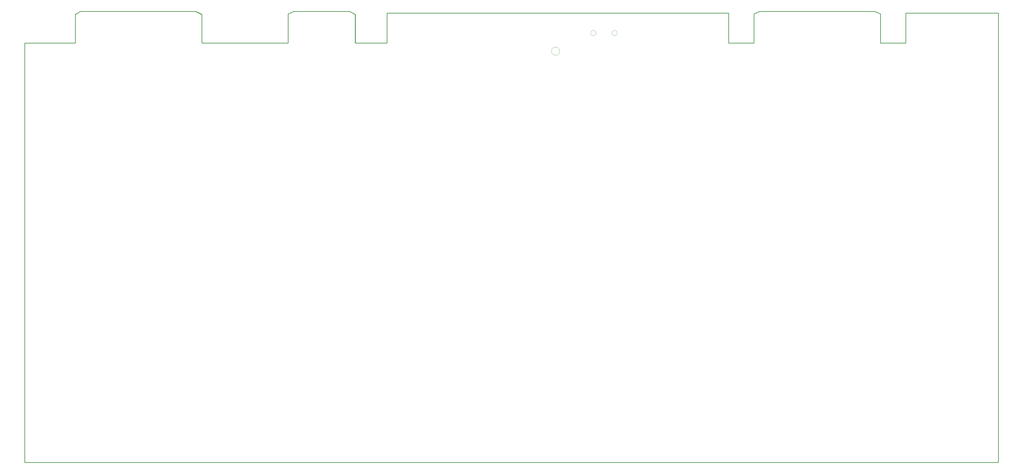
<source format=gko>
G75*
G70*
%OFA0B0*%
%FSLAX24Y24*%
%IPPOS*%
%LPD*%
%AMOC8*
5,1,8,0,0,1.08239X$1,22.5*
%
%ADD10C,0.0100*%
%ADD11C,0.0000*%
D10*
X000151Y000151D02*
X154051Y000151D01*
X154051Y071151D01*
X139401Y071151D01*
X139401Y066401D01*
X135401Y066401D01*
X135401Y071026D01*
X134526Y071401D01*
X116276Y071401D01*
X115401Y071026D01*
X115401Y066401D01*
X111401Y066401D01*
X111401Y071151D01*
X057401Y071151D01*
X057401Y066401D01*
X052401Y066401D01*
X052401Y070901D01*
X051526Y071401D01*
X042651Y071401D01*
X041776Y071026D01*
X041776Y066401D01*
X028151Y066401D01*
X028151Y070901D01*
X027151Y071401D01*
X008901Y071401D01*
X008151Y070901D01*
X008151Y066401D01*
X000151Y066401D01*
X000151Y000151D01*
D11*
X083401Y065151D02*
X083403Y065201D01*
X083409Y065251D01*
X083419Y065301D01*
X083432Y065349D01*
X083449Y065397D01*
X083470Y065443D01*
X083494Y065487D01*
X083522Y065529D01*
X083553Y065569D01*
X083587Y065606D01*
X083624Y065641D01*
X083663Y065672D01*
X083704Y065701D01*
X083748Y065726D01*
X083794Y065748D01*
X083841Y065766D01*
X083889Y065780D01*
X083938Y065791D01*
X083988Y065798D01*
X084038Y065801D01*
X084089Y065800D01*
X084139Y065795D01*
X084189Y065786D01*
X084237Y065774D01*
X084285Y065757D01*
X084331Y065737D01*
X084376Y065714D01*
X084419Y065687D01*
X084459Y065657D01*
X084497Y065624D01*
X084532Y065588D01*
X084565Y065549D01*
X084594Y065508D01*
X084620Y065465D01*
X084643Y065420D01*
X084662Y065373D01*
X084677Y065325D01*
X084689Y065276D01*
X084697Y065226D01*
X084701Y065176D01*
X084701Y065126D01*
X084697Y065076D01*
X084689Y065026D01*
X084677Y064977D01*
X084662Y064929D01*
X084643Y064882D01*
X084620Y064837D01*
X084594Y064794D01*
X084565Y064753D01*
X084532Y064714D01*
X084497Y064678D01*
X084459Y064645D01*
X084419Y064615D01*
X084376Y064588D01*
X084331Y064565D01*
X084285Y064545D01*
X084237Y064528D01*
X084189Y064516D01*
X084139Y064507D01*
X084089Y064502D01*
X084038Y064501D01*
X083988Y064504D01*
X083938Y064511D01*
X083889Y064522D01*
X083841Y064536D01*
X083794Y064554D01*
X083748Y064576D01*
X083704Y064601D01*
X083663Y064630D01*
X083624Y064661D01*
X083587Y064696D01*
X083553Y064733D01*
X083522Y064773D01*
X083494Y064815D01*
X083470Y064859D01*
X083449Y064905D01*
X083432Y064953D01*
X083419Y065001D01*
X083409Y065051D01*
X083403Y065101D01*
X083401Y065151D01*
X089615Y068007D02*
X089617Y068047D01*
X089623Y068088D01*
X089633Y068127D01*
X089646Y068165D01*
X089664Y068202D01*
X089685Y068236D01*
X089709Y068269D01*
X089736Y068299D01*
X089766Y068326D01*
X089799Y068350D01*
X089833Y068371D01*
X089870Y068389D01*
X089908Y068402D01*
X089947Y068412D01*
X089988Y068418D01*
X090028Y068420D01*
X090068Y068418D01*
X090109Y068412D01*
X090148Y068402D01*
X090186Y068389D01*
X090223Y068371D01*
X090257Y068350D01*
X090290Y068326D01*
X090320Y068299D01*
X090347Y068269D01*
X090371Y068236D01*
X090392Y068202D01*
X090410Y068165D01*
X090423Y068127D01*
X090433Y068088D01*
X090439Y068047D01*
X090441Y068007D01*
X090439Y067967D01*
X090433Y067926D01*
X090423Y067887D01*
X090410Y067849D01*
X090392Y067812D01*
X090371Y067778D01*
X090347Y067745D01*
X090320Y067715D01*
X090290Y067688D01*
X090257Y067664D01*
X090223Y067643D01*
X090186Y067625D01*
X090148Y067612D01*
X090109Y067602D01*
X090068Y067596D01*
X090028Y067594D01*
X089988Y067596D01*
X089947Y067602D01*
X089908Y067612D01*
X089870Y067625D01*
X089833Y067643D01*
X089799Y067664D01*
X089766Y067688D01*
X089736Y067715D01*
X089709Y067745D01*
X089685Y067778D01*
X089664Y067812D01*
X089646Y067849D01*
X089633Y067887D01*
X089623Y067926D01*
X089617Y067967D01*
X089615Y068007D01*
X092961Y068007D02*
X092963Y068047D01*
X092969Y068088D01*
X092979Y068127D01*
X092992Y068165D01*
X093010Y068202D01*
X093031Y068236D01*
X093055Y068269D01*
X093082Y068299D01*
X093112Y068326D01*
X093145Y068350D01*
X093179Y068371D01*
X093216Y068389D01*
X093254Y068402D01*
X093293Y068412D01*
X093334Y068418D01*
X093374Y068420D01*
X093414Y068418D01*
X093455Y068412D01*
X093494Y068402D01*
X093532Y068389D01*
X093569Y068371D01*
X093603Y068350D01*
X093636Y068326D01*
X093666Y068299D01*
X093693Y068269D01*
X093717Y068236D01*
X093738Y068202D01*
X093756Y068165D01*
X093769Y068127D01*
X093779Y068088D01*
X093785Y068047D01*
X093787Y068007D01*
X093785Y067967D01*
X093779Y067926D01*
X093769Y067887D01*
X093756Y067849D01*
X093738Y067812D01*
X093717Y067778D01*
X093693Y067745D01*
X093666Y067715D01*
X093636Y067688D01*
X093603Y067664D01*
X093569Y067643D01*
X093532Y067625D01*
X093494Y067612D01*
X093455Y067602D01*
X093414Y067596D01*
X093374Y067594D01*
X093334Y067596D01*
X093293Y067602D01*
X093254Y067612D01*
X093216Y067625D01*
X093179Y067643D01*
X093145Y067664D01*
X093112Y067688D01*
X093082Y067715D01*
X093055Y067745D01*
X093031Y067778D01*
X093010Y067812D01*
X092992Y067849D01*
X092979Y067887D01*
X092969Y067926D01*
X092963Y067967D01*
X092961Y068007D01*
X113617Y066401D02*
X115401Y066401D01*
X115401Y071001D01*
X116317Y071401D01*
X116319Y071401D02*
X134485Y071401D01*
X135401Y071001D01*
X135401Y066401D01*
X137185Y066401D01*
X054185Y066401D02*
X052351Y066401D01*
X052351Y071001D01*
X051485Y071401D01*
X042674Y071401D01*
X042672Y071401D02*
X041801Y071001D01*
X041801Y066401D01*
X039972Y066401D01*
X029935Y066401D02*
X028151Y066401D01*
X028151Y071001D01*
X027235Y071401D01*
X009069Y071401D01*
X009067Y071401D02*
X008151Y071001D01*
X008151Y066401D01*
X006367Y066401D01*
M02*

</source>
